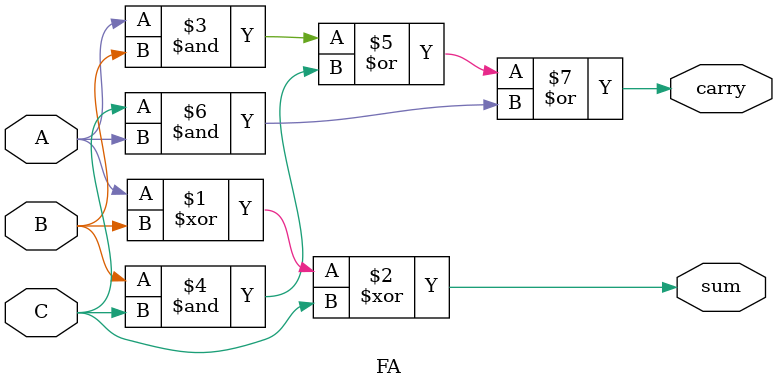
<source format=v>
module FA(A,B,C,sum, carry);
	input A,B,C;
	output sum,carry;
	
	assign sum = A^B^C;
	assign carry = (A&B) | (B&C) | (C&A);
	
endmodule
	

</source>
